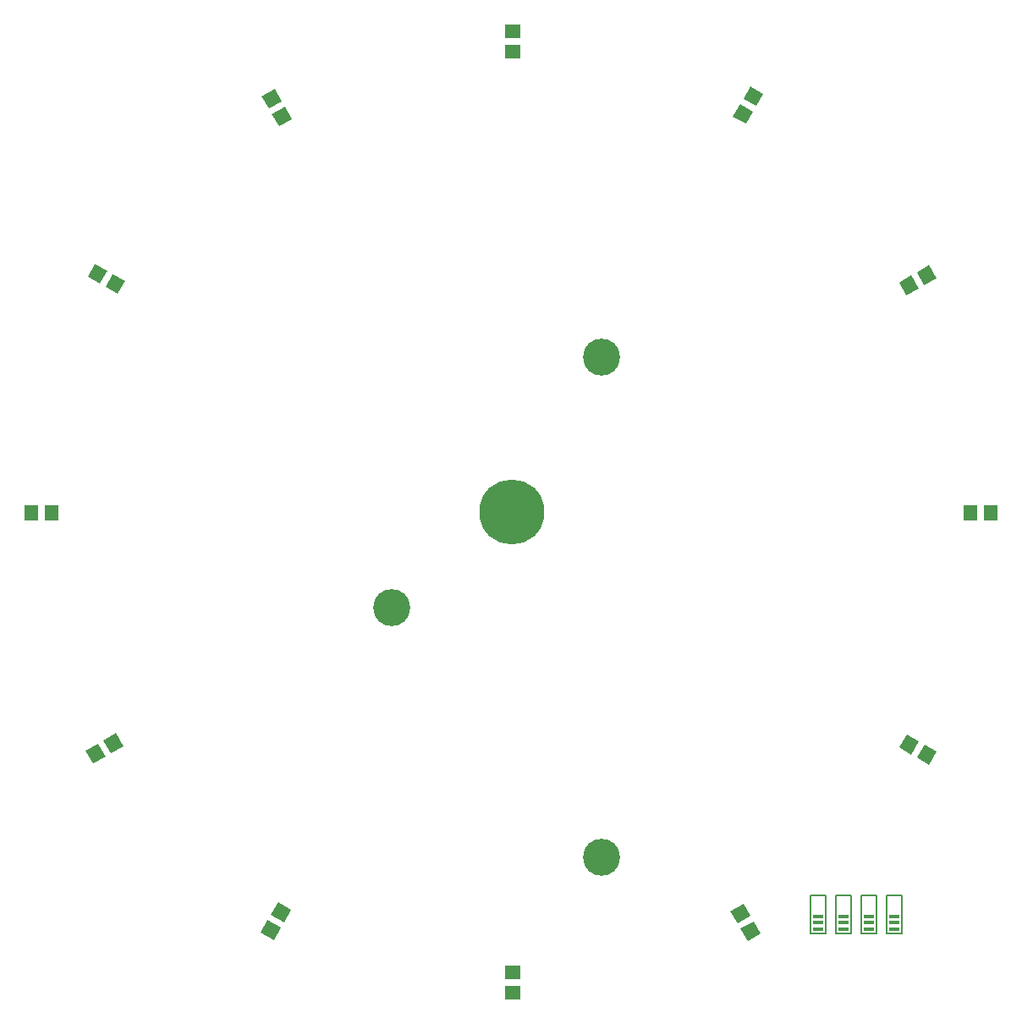
<source format=gbp>
G04 MADE WITH FRITZING*
G04 WWW.FRITZING.ORG*
G04 DOUBLE SIDED*
G04 HOLES PLATED*
G04 CONTOUR ON CENTER OF CONTOUR VECTOR*
%ASAXBY*%
%FSLAX23Y23*%
%MOIN*%
%OFA0B0*%
%SFA1.0B1.0*%
%ADD10C,0.255905*%
%ADD11C,0.145669*%
%ADD12R,0.040000X0.015000*%
%ADD13R,0.059055X0.055118*%
%ADD14R,0.055118X0.059055*%
%ADD15C,0.008000*%
%LNPASTEMASK0*%
G90*
G70*
G54D10*
X1965Y1971D03*
G54D11*
X2319Y2582D03*
X1492Y1597D03*
X2319Y613D03*
G54D12*
X3472Y379D03*
X3472Y354D03*
X3472Y329D03*
X3372Y379D03*
X3372Y354D03*
X3372Y329D03*
X3272Y379D03*
X3272Y354D03*
X3272Y329D03*
X3172Y379D03*
X3172Y354D03*
X3172Y329D03*
G54D13*
X1966Y3866D03*
X1966Y3785D03*
G54D14*
X71Y1969D03*
X151Y1969D03*
X3852Y1970D03*
X3771Y1970D03*
G54D13*
X1969Y79D03*
X1969Y160D03*
G54D15*
X3442Y461D02*
X3442Y311D01*
D02*
X3442Y461D02*
X3502Y461D01*
D02*
X3502Y311D02*
X3502Y461D01*
D02*
X3502Y311D02*
X3442Y311D01*
D02*
X3342Y461D02*
X3342Y311D01*
D02*
X3342Y461D02*
X3402Y461D01*
D02*
X3402Y311D02*
X3402Y461D01*
D02*
X3402Y311D02*
X3342Y311D01*
D02*
X3242Y461D02*
X3242Y311D01*
D02*
X3242Y461D02*
X3302Y461D01*
D02*
X3302Y311D02*
X3302Y461D01*
D02*
X3302Y311D02*
X3242Y311D01*
D02*
X3142Y461D02*
X3142Y311D01*
D02*
X3142Y461D02*
X3202Y461D01*
D02*
X3202Y311D02*
X3202Y461D01*
D02*
X3202Y311D02*
X3142Y311D01*
G36*
X293Y2899D02*
X322Y2950D01*
X370Y2923D01*
X341Y2872D01*
X293Y2899D01*
G37*
D02*
G36*
X363Y2859D02*
X392Y2910D01*
X440Y2883D01*
X411Y2831D01*
X363Y2859D01*
G37*
D02*
G36*
X2903Y3648D02*
X2954Y3619D01*
X2927Y3571D01*
X2876Y3600D01*
X2903Y3648D01*
G37*
D02*
G36*
X2863Y3578D02*
X2914Y3549D01*
X2886Y3501D01*
X2835Y3530D01*
X2863Y3578D01*
G37*
D02*
G36*
X3608Y2944D02*
X3637Y2893D01*
X3589Y2865D01*
X3560Y2917D01*
X3608Y2944D01*
G37*
D02*
G36*
X3538Y2904D02*
X3567Y2853D01*
X3519Y2825D01*
X3490Y2876D01*
X3538Y2904D01*
G37*
D02*
G36*
X315Y982D02*
X285Y1033D01*
X333Y1060D01*
X363Y1009D01*
X315Y982D01*
G37*
D02*
G36*
X385Y1022D02*
X355Y1073D01*
X403Y1101D01*
X433Y1050D01*
X385Y1022D01*
G37*
D02*
G36*
X1026Y286D02*
X975Y316D01*
X1002Y364D01*
X1053Y334D01*
X1026Y286D01*
G37*
D02*
G36*
X1066Y356D02*
X1015Y386D01*
X1043Y434D01*
X1094Y404D01*
X1066Y356D01*
G37*
D02*
G36*
X2944Y312D02*
X2893Y283D01*
X2865Y331D01*
X2917Y360D01*
X2944Y312D01*
G37*
D02*
G36*
X2904Y382D02*
X2853Y353D01*
X2825Y400D01*
X2876Y430D01*
X2904Y382D01*
G37*
D02*
G36*
X979Y3608D02*
X1030Y3638D01*
X1057Y3590D01*
X1006Y3561D01*
X979Y3608D01*
G37*
D02*
G36*
X1019Y3538D02*
X1070Y3568D01*
X1098Y3520D01*
X1046Y3491D01*
X1019Y3538D01*
G37*
D02*
G36*
X3639Y1028D02*
X3609Y977D01*
X3562Y1004D01*
X3591Y1056D01*
X3639Y1028D01*
G37*
D02*
G36*
X3569Y1068D02*
X3539Y1017D01*
X3492Y1045D01*
X3521Y1096D01*
X3569Y1068D01*
G37*
D02*
G04 End of PasteMask0*
M02*
</source>
